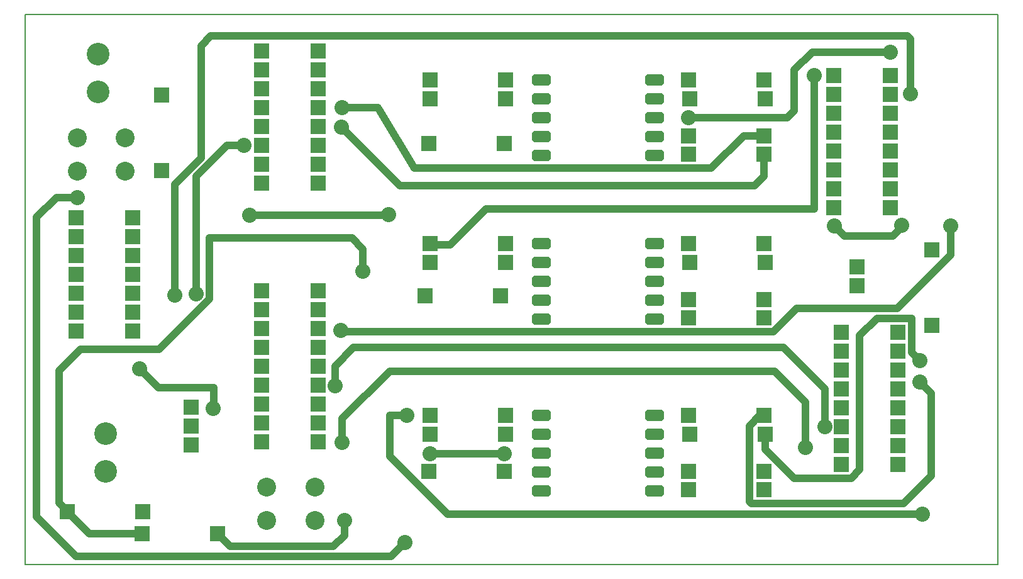
<source format=gbr>
G04 PROTEUS GERBER X2 FILE*
%TF.GenerationSoftware,Labcenter,Proteus,8.8-SP0-Build26547*%
%TF.CreationDate,2024-06-03T23:11:47+00:00*%
%TF.FileFunction,Copper,L1,Top*%
%TF.FilePolarity,Positive*%
%TF.Part,Single*%
%TF.SameCoordinates,{21ee4477-aff3-40fb-9ee6-804b83d108f7}*%
%FSLAX45Y45*%
%MOMM*%
G01*
%TA.AperFunction,Conductor*%
%ADD10C,1.016000*%
%TA.AperFunction,ViaPad*%
%ADD11C,2.032000*%
%AMDIL002*
4,1,8,
-1.270000,0.457200,-0.965200,0.762000,0.965200,0.762000,1.270000,0.457200,1.270000,-0.457200,
0.965200,-0.762000,-0.965200,-0.762000,-1.270000,-0.457200,-1.270000,0.457200,
0*%
%TA.AperFunction,ComponentPad*%
%ADD12DIL002*%
%TA.AperFunction,ComponentPad*%
%ADD13R,2.032000X2.032000*%
%ADD14C,3.048000*%
%TA.AperFunction,ComponentPad*%
%ADD15C,2.540000*%
%TA.AperFunction,Profile*%
%ADD16C,0.203200*%
%TD.AperFunction*%
D10*
X+5220603Y-10298924D02*
X+5220603Y-9979396D01*
X+5858905Y-9341094D01*
X+11041062Y-9341094D01*
X+11457054Y-9757086D01*
X+11457054Y-10372256D01*
X+11717725Y-10091365D02*
X+11717725Y-9583888D01*
X+11159821Y-9025984D01*
X+5374015Y-9025984D01*
X+5123522Y-9276477D01*
X+5123522Y-9534459D01*
X+13033449Y-11265790D02*
X+6636117Y-11265790D01*
X+5857208Y-10486881D01*
X+5857208Y-9942792D01*
X+5863623Y-9936377D01*
X+6087166Y-9936376D01*
X+13000000Y-9200000D02*
X+12888241Y-9088241D01*
X+12888241Y-8629630D01*
X+12423750Y-8629630D01*
X+12188565Y-8864815D01*
X+12188565Y-10665990D01*
X+12074133Y-10780422D01*
X+11306056Y-10780422D01*
X+10916000Y-10390366D01*
X+10916000Y-10187956D01*
X+13001587Y-9485154D02*
X+12994867Y-9485154D01*
X+13150000Y-9640287D01*
X+13150000Y-10750000D01*
X+12775269Y-11124731D01*
X+10730371Y-11124731D01*
X+10703493Y-11097853D01*
X+10703493Y-10076476D01*
X+10842013Y-9937956D01*
X+10900000Y-9937956D01*
X+2963726Y-8320224D02*
X+2963726Y-6826074D01*
X+3319200Y-6470600D01*
X+3319200Y-4963968D01*
X+3449456Y-4833712D01*
X+12830026Y-4833712D01*
X+12873802Y-4877488D01*
X+12873802Y-5613072D02*
X+12873802Y-4877488D01*
X+11574172Y-5367249D02*
X+11574172Y-7155735D01*
X+7155600Y-7155735D01*
X+6671061Y-7640274D01*
X+6382779Y-7640274D01*
X+6374988Y-7632483D01*
X+6400000Y-7625956D01*
X+5214438Y-5795155D02*
X+5700000Y-5800000D01*
X+6189356Y-6610644D01*
X+10189356Y-6610644D01*
X+10624044Y-6175956D01*
X+10900000Y-6175956D01*
X+5208049Y-6060535D02*
X+5997514Y-6850000D01*
X+10768214Y-6850000D01*
X+10900000Y-6718214D01*
X+10900000Y-6425956D01*
X+3900000Y-6300000D02*
X+3671931Y-6300000D01*
X+3250000Y-6721931D01*
X+3250000Y-8300000D01*
X+6400000Y-10450000D02*
X+7400000Y-10450000D01*
X+3969220Y-7242954D02*
X+5840798Y-7242954D01*
X+5847834Y-7235918D01*
X+12600000Y-5050000D02*
X+11550000Y-5050000D01*
X+11309000Y-5291000D01*
X+11309000Y-5841000D01*
X+11214486Y-5935514D01*
X+9885495Y-5935514D01*
X+2490185Y-9312010D02*
X+2742424Y-9564249D01*
X+3487414Y-9564249D01*
X+3487414Y-9838187D01*
X+3485524Y-9840077D01*
X+1520000Y-11229956D02*
X+1406085Y-11116041D01*
X+1406085Y-9333452D01*
X+1695101Y-9044436D01*
X+2756934Y-9044436D01*
X+3427841Y-8373529D01*
X+3427841Y-7550000D01*
X+5350000Y-7550000D01*
X+5500000Y-7700000D01*
X+5500000Y-8000000D01*
X+5250000Y-11350000D02*
X+5250000Y-11550000D01*
X+5100000Y-11700000D01*
X+3712461Y-11700000D01*
X+3537627Y-11525166D01*
X+2521627Y-11525166D02*
X+1815210Y-11525166D01*
X+1520000Y-11229956D01*
X+1651536Y-7003115D02*
X+1369974Y-7003115D01*
X+1100000Y-7273089D01*
X+1100000Y-11300000D01*
X+1634026Y-11834026D01*
X+5877042Y-11834026D01*
X+6060871Y-11650197D01*
X+11845892Y-7384841D02*
X+11984753Y-7523702D01*
X+12638557Y-7523702D01*
X+12756874Y-7405385D01*
X+12756874Y-7378809D01*
X+13411529Y-7385087D02*
X+13411529Y-7778674D01*
X+12692950Y-8497253D01*
X+11342870Y-8497253D01*
X+11029105Y-8811018D01*
X+5214500Y-8811018D01*
X+5200387Y-8796905D01*
D11*
X+11457054Y-10372256D03*
X+5220603Y-10298924D03*
X+5123522Y-9534459D03*
X+11717725Y-10091365D03*
X+6087166Y-9936376D03*
X+13033449Y-11265790D03*
X+13000000Y-9200000D03*
X+13001587Y-9485154D03*
X+2963726Y-8320224D03*
X+12873802Y-5613072D03*
X+11574172Y-5367249D03*
X+5214438Y-5795155D03*
X+5208049Y-6060535D03*
X+3250000Y-8300000D03*
X+3900000Y-6300000D03*
X+7400000Y-10450000D03*
X+6400000Y-10450000D03*
X+5847834Y-7235918D03*
X+3969220Y-7242954D03*
X+9885495Y-5935514D03*
X+12600000Y-5050000D03*
X+3485524Y-9840077D03*
X+2490185Y-9312010D03*
X+5500000Y-8000000D03*
X+5250000Y-11350000D03*
X+1651536Y-7003115D03*
X+6060871Y-11650197D03*
X+11845892Y-7384841D03*
X+12756874Y-7378809D03*
X+13411529Y-7385087D03*
X+5200387Y-8796905D03*
D12*
X+9424000Y-6187956D03*
X+9424000Y-6441956D03*
X+7900000Y-6187956D03*
X+9424000Y-5933956D03*
X+7900000Y-5933956D03*
X+7900000Y-5679956D03*
X+7900000Y-6441956D03*
X+7900000Y-5425956D03*
X+9424000Y-5425956D03*
X+9424000Y-5679956D03*
X+9424000Y-8387956D03*
X+9424000Y-8641956D03*
X+7900000Y-8387956D03*
X+9424000Y-8133956D03*
X+7900000Y-8133956D03*
X+7900000Y-7879956D03*
X+7900000Y-8641956D03*
X+7900000Y-7625956D03*
X+9424000Y-7625956D03*
X+9424000Y-7879956D03*
X+9424000Y-10699956D03*
X+9424000Y-10953956D03*
X+7900000Y-10699956D03*
X+9424000Y-10445956D03*
X+7900000Y-10445956D03*
X+7900000Y-10191956D03*
X+7900000Y-10953956D03*
X+7900000Y-9937956D03*
X+9424000Y-9937956D03*
X+9424000Y-10191956D03*
D13*
X+10900000Y-10687956D03*
X+9884000Y-10687956D03*
X+10900000Y-10937956D03*
X+9884000Y-10937956D03*
X+6384000Y-10687956D03*
X+7400000Y-10687956D03*
X+6400000Y-10187956D03*
X+7416000Y-10187956D03*
X+6400000Y-9937956D03*
X+7416000Y-9937956D03*
X+10916000Y-10187956D03*
X+9900000Y-10187956D03*
X+10900000Y-9937956D03*
X+9884000Y-9937956D03*
X+10900000Y-8375956D03*
X+9884000Y-8375956D03*
X+10900000Y-8625956D03*
X+9884000Y-8625956D03*
X+6334000Y-8325956D03*
X+7350000Y-8325956D03*
X+6400000Y-7875956D03*
X+7416000Y-7875956D03*
X+6400000Y-7625956D03*
X+7416000Y-7625956D03*
X+10916000Y-7875956D03*
X+9900000Y-7875956D03*
X+10900000Y-7625956D03*
X+9884000Y-7625956D03*
X+10900000Y-6175956D03*
X+9884000Y-6175956D03*
X+10900000Y-6425956D03*
X+9884000Y-6425956D03*
X+6384000Y-6275956D03*
X+7400000Y-6275956D03*
X+6400000Y-5675956D03*
X+7416000Y-5675956D03*
X+6400000Y-5425956D03*
X+7416000Y-5425956D03*
X+10916000Y-5675956D03*
X+9900000Y-5675956D03*
X+10900000Y-5425956D03*
X+9884000Y-5425956D03*
X+11938000Y-8821956D03*
X+11938000Y-9075956D03*
X+11938000Y-9329956D03*
X+11938000Y-9583956D03*
X+11938000Y-9837956D03*
X+11938000Y-10091956D03*
X+11938000Y-10345956D03*
X+11938000Y-10599956D03*
X+12700000Y-10599956D03*
X+12700000Y-10345956D03*
X+12700000Y-10091956D03*
X+12700000Y-9837956D03*
X+12700000Y-9583956D03*
X+12700000Y-9329956D03*
X+12700000Y-9075956D03*
X+12700000Y-8821956D03*
X+12600000Y-7145956D03*
X+12600000Y-6891956D03*
X+12600000Y-6637956D03*
X+12600000Y-6383956D03*
X+12600000Y-6129956D03*
X+12600000Y-5875956D03*
X+12600000Y-5621956D03*
X+12600000Y-5367956D03*
X+11838000Y-5367956D03*
X+11838000Y-5621956D03*
X+11838000Y-5875956D03*
X+11838000Y-6129956D03*
X+11838000Y-6383956D03*
X+11838000Y-6637956D03*
X+11838000Y-6891956D03*
X+11838000Y-7145956D03*
X+4134000Y-5031956D03*
X+4134000Y-5285956D03*
X+4134000Y-5539956D03*
X+4134000Y-5793956D03*
X+4134000Y-6047956D03*
X+4134000Y-6301956D03*
X+4134000Y-6555956D03*
X+4134000Y-6809956D03*
X+4896000Y-6809956D03*
X+4896000Y-6555956D03*
X+4896000Y-6301956D03*
X+4896000Y-6047956D03*
X+4896000Y-5793956D03*
X+4896000Y-5539956D03*
X+4896000Y-5285956D03*
X+4896000Y-5031956D03*
D14*
X+1936000Y-5079956D03*
X+1936000Y-5587956D03*
X+2036000Y-10179956D03*
X+2036000Y-10687956D03*
D13*
X+3186000Y-10333956D03*
X+3186000Y-10079956D03*
X+3186000Y-9825956D03*
X+13162000Y-8727956D03*
X+13162000Y-7711956D03*
X+2536000Y-11229956D03*
X+1520000Y-11229956D03*
X+2786000Y-5629956D03*
X+2786000Y-6645956D03*
X+1638000Y-7279956D03*
X+1638000Y-7533956D03*
X+1638000Y-7787956D03*
X+1638000Y-8041956D03*
X+1638000Y-8295956D03*
X+1638000Y-8549956D03*
X+1638000Y-8803956D03*
X+2400000Y-8803956D03*
X+2400000Y-8549956D03*
X+2400000Y-8295956D03*
X+2400000Y-8041956D03*
X+2400000Y-7787956D03*
X+2400000Y-7533956D03*
X+2400000Y-7279956D03*
X+4138000Y-8263956D03*
X+4138000Y-8517956D03*
X+4138000Y-8771956D03*
X+4138000Y-9025956D03*
X+4138000Y-9279956D03*
X+4138000Y-9533956D03*
X+4138000Y-9787956D03*
X+4138000Y-10041956D03*
X+4138000Y-10295956D03*
X+4900000Y-10295956D03*
X+4900000Y-10041956D03*
X+4900000Y-9787956D03*
X+4900000Y-9533956D03*
X+4900000Y-9279956D03*
X+4900000Y-9025956D03*
X+4900000Y-8771956D03*
X+4900000Y-8517956D03*
X+4900000Y-8263956D03*
X+12150000Y-7941956D03*
X+12150000Y-8195956D03*
D15*
X+2300000Y-6650000D03*
X+1650000Y-6650000D03*
X+2300000Y-6200000D03*
X+1650000Y-6200000D03*
X+4850000Y-11350000D03*
X+4200000Y-11350000D03*
X+4850000Y-10900000D03*
X+4200000Y-10900000D03*
D13*
X+2521627Y-11525166D03*
X+3537627Y-11525166D03*
D16*
X+950000Y-11941956D02*
X+14050000Y-11941956D01*
X+14050000Y-4541956D01*
X+950000Y-4541956D01*
X+950000Y-11941956D01*
M02*

</source>
